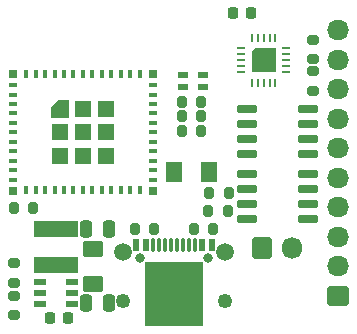
<source format=gbr>
%TF.GenerationSoftware,KiCad,Pcbnew,(6.0.2-0)*%
%TF.CreationDate,2022-02-23T17:48:41+00:00*%
%TF.ProjectId,Bell2,42656c6c-322e-46b6-9963-61645f706362,2*%
%TF.SameCoordinates,Original*%
%TF.FileFunction,Soldermask,Top*%
%TF.FilePolarity,Negative*%
%FSLAX46Y46*%
G04 Gerber Fmt 4.6, Leading zero omitted, Abs format (unit mm)*
G04 Created by KiCad (PCBNEW (6.0.2-0)) date 2022-02-23 17:48:41*
%MOMM*%
%LPD*%
G01*
G04 APERTURE LIST*
G04 Aperture macros list*
%AMRoundRect*
0 Rectangle with rounded corners*
0 $1 Rounding radius*
0 $2 $3 $4 $5 $6 $7 $8 $9 X,Y pos of 4 corners*
0 Add a 4 corners polygon primitive as box body*
4,1,4,$2,$3,$4,$5,$6,$7,$8,$9,$2,$3,0*
0 Add four circle primitives for the rounded corners*
1,1,$1+$1,$2,$3*
1,1,$1+$1,$4,$5*
1,1,$1+$1,$6,$7*
1,1,$1+$1,$8,$9*
0 Add four rect primitives between the rounded corners*
20,1,$1+$1,$2,$3,$4,$5,0*
20,1,$1+$1,$4,$5,$6,$7,0*
20,1,$1+$1,$6,$7,$8,$9,0*
20,1,$1+$1,$8,$9,$2,$3,0*%
%AMOutline5P*
0 Free polygon, 5 corners , with rotation*
0 The origin of the aperture is its center*
0 number of corners: always 5*
0 $1 to $10 corner X, Y*
0 $11 Rotation angle, in degrees counterclockwise*
0 create outline with 5 corners*
4,1,5,$1,$2,$3,$4,$5,$6,$7,$8,$9,$10,$1,$2,$11*%
%AMOutline6P*
0 Free polygon, 6 corners , with rotation*
0 The origin of the aperture is its center*
0 number of corners: always 6*
0 $1 to $12 corner X, Y*
0 $13 Rotation angle, in degrees counterclockwise*
0 create outline with 6 corners*
4,1,6,$1,$2,$3,$4,$5,$6,$7,$8,$9,$10,$11,$12,$1,$2,$13*%
%AMOutline7P*
0 Free polygon, 7 corners , with rotation*
0 The origin of the aperture is its center*
0 number of corners: always 7*
0 $1 to $14 corner X, Y*
0 $15 Rotation angle, in degrees counterclockwise*
0 create outline with 7 corners*
4,1,7,$1,$2,$3,$4,$5,$6,$7,$8,$9,$10,$11,$12,$13,$14,$1,$2,$15*%
%AMOutline8P*
0 Free polygon, 8 corners , with rotation*
0 The origin of the aperture is its center*
0 number of corners: always 8*
0 $1 to $16 corner X, Y*
0 $17 Rotation angle, in degrees counterclockwise*
0 create outline with 8 corners*
4,1,8,$1,$2,$3,$4,$5,$6,$7,$8,$9,$10,$11,$12,$13,$14,$15,$16,$1,$2,$17*%
%AMFreePoly0*
4,1,6,1.000000,-1.000000,-1.000000,-1.000000,-1.000000,0.750000,-0.750000,1.000000,1.000000,1.000000,1.000000,-1.000000,1.000000,-1.000000,$1*%
G04 Aperture macros list end*
%ADD10RoundRect,0.250000X0.675000X-0.600000X0.675000X0.600000X-0.675000X0.600000X-0.675000X-0.600000X0*%
%ADD11O,1.850000X1.700000*%
%ADD12RoundRect,0.200000X-0.200000X-0.275000X0.200000X-0.275000X0.200000X0.275000X-0.200000X0.275000X0*%
%ADD13RoundRect,0.250000X-0.600000X-0.675000X0.600000X-0.675000X0.600000X0.675000X-0.600000X0.675000X0*%
%ADD14O,1.700000X1.850000*%
%ADD15RoundRect,0.200000X0.200000X0.275000X-0.200000X0.275000X-0.200000X-0.275000X0.200000X-0.275000X0*%
%ADD16RoundRect,0.200000X-0.275000X0.200000X-0.275000X-0.200000X0.275000X-0.200000X0.275000X0.200000X0*%
%ADD17RoundRect,0.200000X0.275000X-0.200000X0.275000X0.200000X-0.275000X0.200000X-0.275000X-0.200000X0*%
%ADD18RoundRect,0.225000X0.225000X0.250000X-0.225000X0.250000X-0.225000X-0.250000X0.225000X-0.250000X0*%
%ADD19RoundRect,0.150000X-0.725000X-0.150000X0.725000X-0.150000X0.725000X0.150000X-0.725000X0.150000X0*%
%ADD20RoundRect,0.250001X0.462499X0.624999X-0.462499X0.624999X-0.462499X-0.624999X0.462499X-0.624999X0*%
%ADD21R,1.100000X0.600000*%
%ADD22RoundRect,0.249375X0.625625X-0.463125X0.625625X0.463125X-0.625625X0.463125X-0.625625X-0.463125X0*%
%ADD23R,3.700000X1.425000*%
%ADD24RoundRect,0.250000X-0.250000X-0.475000X0.250000X-0.475000X0.250000X0.475000X-0.250000X0.475000X0*%
%ADD25R,0.850000X0.500000*%
%ADD26R,0.800000X0.400000*%
%ADD27R,0.400000X0.800000*%
%ADD28R,1.450000X1.450000*%
%ADD29Outline5P,-0.725000X0.130500X-0.130500X0.725000X0.725000X0.725000X0.725000X-0.725000X-0.725000X-0.725000X0.000000*%
%ADD30R,0.700000X0.700000*%
%ADD31R,0.600000X1.140000*%
%ADD32RoundRect,0.075000X-0.075000X-0.495000X0.075000X-0.495000X0.075000X0.495000X-0.075000X0.495000X0*%
%ADD33R,5.000000X5.490000*%
%ADD34C,1.500000*%
%ADD35C,1.250000*%
%ADD36C,0.800000*%
%ADD37RoundRect,0.062500X-0.287500X-0.062500X0.287500X-0.062500X0.287500X0.062500X-0.287500X0.062500X0*%
%ADD38RoundRect,0.062500X-0.062500X-0.287500X0.062500X-0.287500X0.062500X0.287500X-0.062500X0.287500X0*%
%ADD39FreePoly0,0.000000*%
G04 APERTURE END LIST*
D10*
%TO.C,J3*%
X101400000Y-57950000D03*
D11*
X101400000Y-55450000D03*
X101400000Y-52950000D03*
X101400000Y-50450000D03*
X101400000Y-47950000D03*
X101400000Y-45450000D03*
X101400000Y-42950000D03*
X101400000Y-40450000D03*
X101400000Y-37950000D03*
X101400000Y-35450000D03*
%TD*%
D12*
%TO.C,R3*%
X90425000Y-50750000D03*
X92075000Y-50750000D03*
%TD*%
%TO.C,R2*%
X90500000Y-49250000D03*
X92150000Y-49250000D03*
%TD*%
D13*
%TO.C,J2*%
X95000000Y-53900000D03*
D14*
X97500000Y-53900000D03*
%TD*%
D15*
%TO.C,R10*%
X89825000Y-42750000D03*
X88175000Y-42750000D03*
%TD*%
D16*
%TO.C,R4*%
X99300000Y-36250000D03*
X99300000Y-37900000D03*
%TD*%
D15*
%TO.C,R9*%
X89825000Y-41500000D03*
X88175000Y-41500000D03*
%TD*%
D17*
%TO.C,R7*%
X99300000Y-40575000D03*
X99300000Y-38925000D03*
%TD*%
D18*
%TO.C,C1*%
X94025000Y-34000000D03*
X92475000Y-34000000D03*
%TD*%
D12*
%TO.C,R1*%
X73925000Y-50500000D03*
X75575000Y-50500000D03*
%TD*%
D19*
%TO.C,U4*%
X93675000Y-42095000D03*
X93675000Y-43365000D03*
X93675000Y-44635000D03*
X93675000Y-45905000D03*
X98825000Y-45905000D03*
X98825000Y-44635000D03*
X98825000Y-43365000D03*
X98825000Y-42095000D03*
%TD*%
%TO.C,U3*%
X93675000Y-47595000D03*
X93675000Y-48865000D03*
X93675000Y-50135000D03*
X93675000Y-51405000D03*
X98825000Y-51405000D03*
X98825000Y-50135000D03*
X98825000Y-48865000D03*
X98825000Y-47595000D03*
%TD*%
D15*
%TO.C,R5*%
X85825000Y-52250000D03*
X84175000Y-52250000D03*
%TD*%
D16*
%TO.C,R12*%
X74000000Y-55175000D03*
X74000000Y-56825000D03*
%TD*%
D15*
%TO.C,R6*%
X90825000Y-52250000D03*
X89175000Y-52250000D03*
%TD*%
D20*
%TO.C,D3*%
X90487500Y-47500000D03*
X87512500Y-47500000D03*
%TD*%
D17*
%TO.C,R11*%
X74000000Y-59575000D03*
X74000000Y-57925000D03*
%TD*%
D21*
%TO.C,U5*%
X78850000Y-56750000D03*
D22*
X80670000Y-56902500D03*
D18*
X78525000Y-59800000D03*
X76975000Y-59800000D03*
D23*
X77550000Y-55300000D03*
D21*
X76150000Y-56750000D03*
X78850000Y-58650000D03*
X78850000Y-57700000D03*
D24*
X80100000Y-58550000D03*
X82000000Y-52300000D03*
X82000000Y-58550000D03*
D22*
X80670000Y-53937500D03*
D21*
X76150000Y-57700000D03*
D24*
X80100000Y-52300000D03*
D23*
X77550000Y-52300000D03*
D21*
X76150000Y-58650000D03*
%TD*%
D15*
%TO.C,R8*%
X89825000Y-44000000D03*
X88175000Y-44000000D03*
%TD*%
D25*
%TO.C,D2*%
X88250000Y-39250000D03*
X90000000Y-39250000D03*
X90000000Y-40250000D03*
X88250000Y-40250000D03*
%TD*%
D26*
%TO.C,U1*%
X73900000Y-40100000D03*
X73900000Y-40900000D03*
X73900000Y-41700000D03*
X73900000Y-42500000D03*
X73900000Y-43300000D03*
X73900000Y-44100000D03*
X73900000Y-44900000D03*
X73900000Y-45700000D03*
X73900000Y-46500000D03*
X73900000Y-47300000D03*
X73900000Y-48100000D03*
D27*
X75000000Y-49000000D03*
X75800000Y-49000000D03*
X76600000Y-49000000D03*
X77400000Y-49000000D03*
X78200000Y-49000000D03*
X79000000Y-49000000D03*
X79800000Y-49000000D03*
X80600000Y-49000000D03*
X81400000Y-49000000D03*
X82200000Y-49000000D03*
X83000000Y-49000000D03*
X83800000Y-49000000D03*
X84600000Y-49000000D03*
D26*
X85700000Y-48100000D03*
X85700000Y-47300000D03*
X85700000Y-46500000D03*
X85700000Y-45700000D03*
X85700000Y-44900000D03*
X85700000Y-44100000D03*
X85700000Y-43300000D03*
X85700000Y-42500000D03*
X85700000Y-41700000D03*
X85700000Y-40900000D03*
X85700000Y-40100000D03*
D27*
X84600000Y-39200000D03*
X83800000Y-39200000D03*
X83000000Y-39200000D03*
X82200000Y-39200000D03*
X81400000Y-39200000D03*
X80600000Y-39200000D03*
X79800000Y-39200000D03*
X79000000Y-39200000D03*
X78200000Y-39200000D03*
X77400000Y-39200000D03*
X76600000Y-39200000D03*
X75800000Y-39200000D03*
X75000000Y-39200000D03*
D28*
X81775000Y-42125000D03*
X79800000Y-42125000D03*
X81775000Y-46075000D03*
D29*
X77825000Y-42125000D03*
D28*
X79800000Y-44100000D03*
X81775000Y-44100000D03*
X79800000Y-46075000D03*
X77825000Y-44100000D03*
X77825000Y-46075000D03*
D30*
X85750000Y-39150000D03*
X85750000Y-49050000D03*
X73850000Y-49050000D03*
X73850000Y-39150000D03*
%TD*%
D31*
%TO.C,J1*%
X84300000Y-53640000D03*
X85100000Y-53640000D03*
D32*
X86250000Y-53640000D03*
X87250000Y-53640000D03*
X87750000Y-53640000D03*
X88750000Y-53640000D03*
D31*
X90700000Y-53640000D03*
X89900000Y-53640000D03*
D32*
X89250000Y-53640000D03*
X88250000Y-53640000D03*
X86750000Y-53640000D03*
X85750000Y-53640000D03*
D33*
X87500000Y-57755000D03*
D34*
X83180000Y-54220000D03*
D35*
X91820000Y-58390000D03*
D34*
X91820000Y-54220000D03*
D36*
X90390000Y-54710000D03*
D35*
X83180000Y-58390000D03*
D36*
X84610000Y-54710000D03*
%TD*%
D37*
%TO.C,U2*%
X93200000Y-37000000D03*
X93200000Y-37500000D03*
X93200000Y-38000000D03*
X93200000Y-38500000D03*
X93200000Y-39000000D03*
D38*
X94100000Y-39900000D03*
X94600000Y-39900000D03*
X95100000Y-39900000D03*
X95600000Y-39900000D03*
X96100000Y-39900000D03*
D37*
X97000000Y-39000000D03*
X97000000Y-38500000D03*
X97000000Y-38000000D03*
X97000000Y-37500000D03*
X97000000Y-37000000D03*
D38*
X96100000Y-36100000D03*
X95600000Y-36100000D03*
X95100000Y-36100000D03*
X94600000Y-36100000D03*
X94100000Y-36100000D03*
D39*
X95100000Y-38000000D03*
%TD*%
M02*

</source>
